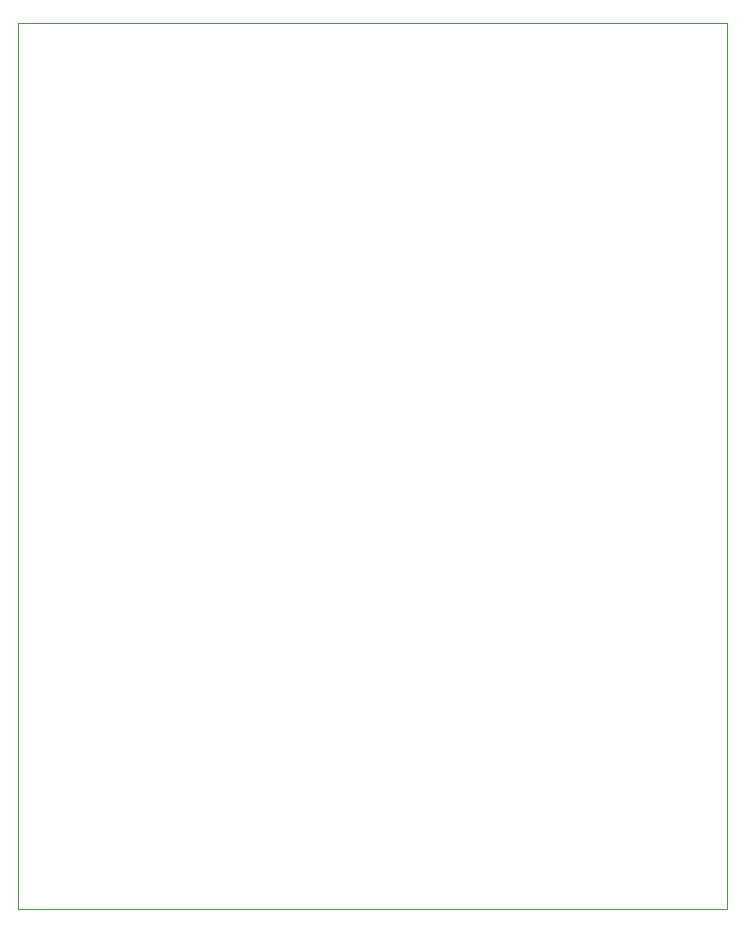
<source format=gbr>
%TF.GenerationSoftware,KiCad,Pcbnew,(6.0.1)*%
%TF.CreationDate,2023-01-01T21:05:58-08:00*%
%TF.ProjectId,ESP32 Protoboard - Small R1,45535033-3220-4507-926f-746f626f6172,rev?*%
%TF.SameCoordinates,Original*%
%TF.FileFunction,Profile,NP*%
%FSLAX46Y46*%
G04 Gerber Fmt 4.6, Leading zero omitted, Abs format (unit mm)*
G04 Created by KiCad (PCBNEW (6.0.1)) date 2023-01-01 21:05:58*
%MOMM*%
%LPD*%
G01*
G04 APERTURE LIST*
%TA.AperFunction,Profile*%
%ADD10C,0.050000*%
%TD*%
G04 APERTURE END LIST*
D10*
X0Y-75000000D02*
X0Y0D01*
X0Y0D02*
X60000000Y0D01*
X60000000Y0D02*
X60000000Y-75000000D01*
X60000000Y-75000000D02*
X0Y-75000000D01*
M02*

</source>
